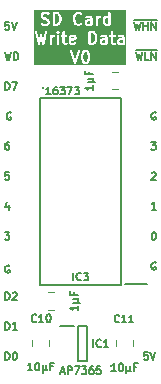
<source format=gto>
%TF.GenerationSoftware,KiCad,Pcbnew,8.0.7*%
%TF.CreationDate,2025-01-05T17:00:34+02:00*%
%TF.ProjectId,SD Card Write Data,53442043-6172-4642-9057-726974652044,V0*%
%TF.SameCoordinates,Original*%
%TF.FileFunction,Legend,Top*%
%TF.FilePolarity,Positive*%
%FSLAX46Y46*%
G04 Gerber Fmt 4.6, Leading zero omitted, Abs format (unit mm)*
G04 Created by KiCad (PCBNEW 8.0.7) date 2025-01-05 17:00:34*
%MOMM*%
%LPD*%
G01*
G04 APERTURE LIST*
%ADD10C,0.150000*%
%ADD11C,0.200000*%
%ADD12C,0.120000*%
G04 APERTURE END LIST*
D10*
X13611268Y-9810963D02*
X14004363Y-9810963D01*
X14004363Y-9810963D02*
X13792696Y-10052867D01*
X13792696Y-10052867D02*
X13883411Y-10052867D01*
X13883411Y-10052867D02*
X13943887Y-10083105D01*
X13943887Y-10083105D02*
X13974125Y-10113344D01*
X13974125Y-10113344D02*
X14004363Y-10173820D01*
X14004363Y-10173820D02*
X14004363Y-10325010D01*
X14004363Y-10325010D02*
X13974125Y-10385486D01*
X13974125Y-10385486D02*
X13943887Y-10415725D01*
X13943887Y-10415725D02*
X13883411Y-10445963D01*
X13883411Y-10445963D02*
X13701982Y-10445963D01*
X13701982Y-10445963D02*
X13641506Y-10415725D01*
X13641506Y-10415725D02*
X13611268Y-10385486D01*
X14004363Y-15525963D02*
X13641506Y-15525963D01*
X13822934Y-15525963D02*
X13822934Y-14890963D01*
X13822934Y-14890963D02*
X13762458Y-14981677D01*
X13762458Y-14981677D02*
X13701982Y-15042153D01*
X13701982Y-15042153D02*
X13641506Y-15072391D01*
X1265874Y-28225963D02*
X1265874Y-27590963D01*
X1265874Y-27590963D02*
X1417064Y-27590963D01*
X1417064Y-27590963D02*
X1507779Y-27621201D01*
X1507779Y-27621201D02*
X1568255Y-27681677D01*
X1568255Y-27681677D02*
X1598493Y-27742153D01*
X1598493Y-27742153D02*
X1628731Y-27863105D01*
X1628731Y-27863105D02*
X1628731Y-27953820D01*
X1628731Y-27953820D02*
X1598493Y-28074772D01*
X1598493Y-28074772D02*
X1568255Y-28135248D01*
X1568255Y-28135248D02*
X1507779Y-28195725D01*
X1507779Y-28195725D02*
X1417064Y-28225963D01*
X1417064Y-28225963D02*
X1265874Y-28225963D01*
X2021826Y-27590963D02*
X2082303Y-27590963D01*
X2082303Y-27590963D02*
X2142779Y-27621201D01*
X2142779Y-27621201D02*
X2173017Y-27651439D01*
X2173017Y-27651439D02*
X2203255Y-27711915D01*
X2203255Y-27711915D02*
X2233493Y-27832867D01*
X2233493Y-27832867D02*
X2233493Y-27984058D01*
X2233493Y-27984058D02*
X2203255Y-28105010D01*
X2203255Y-28105010D02*
X2173017Y-28165486D01*
X2173017Y-28165486D02*
X2142779Y-28195725D01*
X2142779Y-28195725D02*
X2082303Y-28225963D01*
X2082303Y-28225963D02*
X2021826Y-28225963D01*
X2021826Y-28225963D02*
X1961350Y-28195725D01*
X1961350Y-28195725D02*
X1931112Y-28165486D01*
X1931112Y-28165486D02*
X1900874Y-28105010D01*
X1900874Y-28105010D02*
X1870636Y-27984058D01*
X1870636Y-27984058D02*
X1870636Y-27832867D01*
X1870636Y-27832867D02*
X1900874Y-27711915D01*
X1900874Y-27711915D02*
X1931112Y-27651439D01*
X1931112Y-27651439D02*
X1961350Y-27621201D01*
X1961350Y-27621201D02*
X2021826Y-27590963D01*
X12311030Y-2190963D02*
X12462220Y-2825963D01*
X12462220Y-2825963D02*
X12583173Y-2372391D01*
X12583173Y-2372391D02*
X12704125Y-2825963D01*
X12704125Y-2825963D02*
X12855316Y-2190963D01*
X13399601Y-2825963D02*
X13097220Y-2825963D01*
X13097220Y-2825963D02*
X13097220Y-2190963D01*
X13611268Y-2825963D02*
X13611268Y-2190963D01*
X13611268Y-2190963D02*
X13974125Y-2825963D01*
X13974125Y-2825963D02*
X13974125Y-2190963D01*
X12283816Y-2014675D02*
X14061816Y-2014675D01*
X1568255Y349036D02*
X1265874Y349036D01*
X1265874Y349036D02*
X1235636Y46655D01*
X1235636Y46655D02*
X1265874Y76894D01*
X1265874Y76894D02*
X1326350Y107132D01*
X1326350Y107132D02*
X1477541Y107132D01*
X1477541Y107132D02*
X1538017Y76894D01*
X1538017Y76894D02*
X1568255Y46655D01*
X1568255Y46655D02*
X1598493Y-13820D01*
X1598493Y-13820D02*
X1598493Y-165010D01*
X1598493Y-165010D02*
X1568255Y-225486D01*
X1568255Y-225486D02*
X1538017Y-255725D01*
X1538017Y-255725D02*
X1477541Y-285963D01*
X1477541Y-285963D02*
X1326350Y-285963D01*
X1326350Y-285963D02*
X1265874Y-255725D01*
X1265874Y-255725D02*
X1235636Y-225486D01*
X1779922Y349036D02*
X1991588Y-285963D01*
X1991588Y-285963D02*
X2203255Y349036D01*
X1265874Y-23145963D02*
X1265874Y-22510963D01*
X1265874Y-22510963D02*
X1417064Y-22510963D01*
X1417064Y-22510963D02*
X1507779Y-22541201D01*
X1507779Y-22541201D02*
X1568255Y-22601677D01*
X1568255Y-22601677D02*
X1598493Y-22662153D01*
X1598493Y-22662153D02*
X1628731Y-22783105D01*
X1628731Y-22783105D02*
X1628731Y-22873820D01*
X1628731Y-22873820D02*
X1598493Y-22994772D01*
X1598493Y-22994772D02*
X1568255Y-23055248D01*
X1568255Y-23055248D02*
X1507779Y-23115725D01*
X1507779Y-23115725D02*
X1417064Y-23145963D01*
X1417064Y-23145963D02*
X1265874Y-23145963D01*
X1870636Y-22571439D02*
X1900874Y-22541201D01*
X1900874Y-22541201D02*
X1961350Y-22510963D01*
X1961350Y-22510963D02*
X2112541Y-22510963D01*
X2112541Y-22510963D02*
X2173017Y-22541201D01*
X2173017Y-22541201D02*
X2203255Y-22571439D01*
X2203255Y-22571439D02*
X2233493Y-22631915D01*
X2233493Y-22631915D02*
X2233493Y-22692391D01*
X2233493Y-22692391D02*
X2203255Y-22783105D01*
X2203255Y-22783105D02*
X1840398Y-23145963D01*
X1840398Y-23145963D02*
X2233493Y-23145963D01*
X13641506Y-12411439D02*
X13671744Y-12381201D01*
X13671744Y-12381201D02*
X13732220Y-12350963D01*
X13732220Y-12350963D02*
X13883411Y-12350963D01*
X13883411Y-12350963D02*
X13943887Y-12381201D01*
X13943887Y-12381201D02*
X13974125Y-12411439D01*
X13974125Y-12411439D02*
X14004363Y-12471915D01*
X14004363Y-12471915D02*
X14004363Y-12532391D01*
X14004363Y-12532391D02*
X13974125Y-12623105D01*
X13974125Y-12623105D02*
X13611268Y-12985963D01*
X13611268Y-12985963D02*
X14004363Y-12985963D01*
X1265874Y-25685963D02*
X1265874Y-25050963D01*
X1265874Y-25050963D02*
X1417064Y-25050963D01*
X1417064Y-25050963D02*
X1507779Y-25081201D01*
X1507779Y-25081201D02*
X1568255Y-25141677D01*
X1568255Y-25141677D02*
X1598493Y-25202153D01*
X1598493Y-25202153D02*
X1628731Y-25323105D01*
X1628731Y-25323105D02*
X1628731Y-25413820D01*
X1628731Y-25413820D02*
X1598493Y-25534772D01*
X1598493Y-25534772D02*
X1568255Y-25595248D01*
X1568255Y-25595248D02*
X1507779Y-25655725D01*
X1507779Y-25655725D02*
X1417064Y-25685963D01*
X1417064Y-25685963D02*
X1265874Y-25685963D01*
X2233493Y-25685963D02*
X1870636Y-25685963D01*
X2052064Y-25685963D02*
X2052064Y-25050963D01*
X2052064Y-25050963D02*
X1991588Y-25141677D01*
X1991588Y-25141677D02*
X1931112Y-25202153D01*
X1931112Y-25202153D02*
X1870636Y-25232391D01*
D11*
G36*
X8132192Y-2207968D02*
G01*
X8156861Y-2232636D01*
X8192314Y-2303543D01*
X8234285Y-2471424D01*
X8234285Y-2684900D01*
X8192314Y-2852781D01*
X8156861Y-2923687D01*
X8132192Y-2948357D01*
X8072583Y-2978163D01*
X8024559Y-2978163D01*
X7964949Y-2948358D01*
X7940282Y-2923690D01*
X7904827Y-2852781D01*
X7862857Y-2684900D01*
X7862857Y-2471425D01*
X7904827Y-2303543D01*
X7940281Y-2232636D01*
X7964949Y-2207967D01*
X8024559Y-2178163D01*
X8072583Y-2178163D01*
X8132192Y-2207968D01*
G37*
G36*
X7069273Y-923707D02*
G01*
X7086723Y-958607D01*
X6815238Y-1012904D01*
X6815238Y-968016D01*
X6837393Y-923706D01*
X6881702Y-901552D01*
X7024964Y-901552D01*
X7069273Y-923707D01*
G37*
G36*
X8708837Y-603240D02*
G01*
X8775910Y-670313D01*
X8811362Y-741218D01*
X8853333Y-909099D01*
X8853333Y-1027337D01*
X8811362Y-1195218D01*
X8775909Y-1266124D01*
X8708838Y-1333197D01*
X8603773Y-1368219D01*
X8481905Y-1368219D01*
X8481905Y-568219D01*
X8603773Y-568219D01*
X8708837Y-603240D01*
G37*
G36*
X9710476Y-1358796D02*
G01*
X9691631Y-1368219D01*
X9500750Y-1368219D01*
X9456440Y-1346064D01*
X9434286Y-1301754D01*
X9434286Y-1253730D01*
X9456441Y-1209420D01*
X9500750Y-1187266D01*
X9710476Y-1187266D01*
X9710476Y-1358796D01*
G37*
G36*
X11186667Y-1358796D02*
G01*
X11167822Y-1368219D01*
X10976941Y-1368219D01*
X10932631Y-1346064D01*
X10910477Y-1301754D01*
X10910477Y-1253730D01*
X10932632Y-1209420D01*
X10976941Y-1187266D01*
X11186667Y-1187266D01*
X11186667Y-1358796D01*
G37*
G36*
X5685027Y1006702D02*
G01*
X5752100Y939630D01*
X5787552Y868724D01*
X5829523Y700843D01*
X5829523Y582605D01*
X5787552Y414724D01*
X5752100Y343819D01*
X5685027Y276746D01*
X5579963Y241724D01*
X5458095Y241724D01*
X5458095Y1041724D01*
X5579963Y1041724D01*
X5685027Y1006702D01*
G37*
G36*
X8448571Y251146D02*
G01*
X8429727Y241724D01*
X8238844Y241724D01*
X8194536Y263878D01*
X8172381Y308189D01*
X8172381Y356212D01*
X8194536Y400522D01*
X8238845Y422677D01*
X8448571Y422677D01*
X8448571Y251146D01*
G37*
G36*
X9972381Y698968D02*
G01*
X9972381Y251146D01*
X9953537Y241724D01*
X9810273Y241724D01*
X9750665Y271528D01*
X9725996Y296198D01*
X9696191Y355808D01*
X9696191Y594307D01*
X9725996Y653917D01*
X9750664Y678586D01*
X9810274Y708391D01*
X9953536Y708391D01*
X9972381Y698968D01*
G37*
G36*
X11497778Y-3289274D02*
G01*
X3647053Y-3289274D01*
X3647053Y-2090670D01*
X6711261Y-2090670D01*
X6715608Y-2109786D01*
X7048941Y-3109785D01*
X7056932Y-3127686D01*
X7061615Y-3133085D01*
X7064810Y-3139475D01*
X7074281Y-3147690D01*
X7082497Y-3157162D01*
X7088885Y-3160356D01*
X7094286Y-3165040D01*
X7106187Y-3169007D01*
X7117396Y-3174611D01*
X7124520Y-3175117D01*
X7131302Y-3177378D01*
X7143811Y-3176488D01*
X7156316Y-3177378D01*
X7163094Y-3175118D01*
X7170222Y-3174612D01*
X7181438Y-3169003D01*
X7193332Y-3165039D01*
X7198729Y-3160358D01*
X7205121Y-3157162D01*
X7213339Y-3147686D01*
X7222808Y-3139474D01*
X7226001Y-3133087D01*
X7230686Y-3127686D01*
X7238677Y-3109786D01*
X7455567Y-2459115D01*
X7662857Y-2459115D01*
X7662857Y-2697210D01*
X7663192Y-2700612D01*
X7662975Y-2702071D01*
X7664054Y-2709368D01*
X7664778Y-2716719D01*
X7665342Y-2718082D01*
X7665843Y-2721464D01*
X7713462Y-2911939D01*
X7713975Y-2913376D01*
X7714027Y-2914099D01*
X7717135Y-2922223D01*
X7720057Y-2930400D01*
X7720487Y-2930980D01*
X7721033Y-2932407D01*
X7768652Y-3027645D01*
X7773935Y-3036037D01*
X7774947Y-3038481D01*
X7777203Y-3041230D01*
X7779095Y-3044235D01*
X7781089Y-3045964D01*
X7787384Y-3053634D01*
X7835002Y-3101254D01*
X7842670Y-3107547D01*
X7844402Y-3109544D01*
X7847410Y-3111437D01*
X7850156Y-3113691D01*
X7852596Y-3114701D01*
X7860993Y-3119987D01*
X7956230Y-3167606D01*
X7974539Y-3174612D01*
X7978122Y-3174866D01*
X7981443Y-3176242D01*
X8000952Y-3178163D01*
X8096190Y-3178163D01*
X8115699Y-3176242D01*
X8119019Y-3174866D01*
X8122603Y-3174612D01*
X8140911Y-3167606D01*
X8236149Y-3119987D01*
X8244544Y-3114702D01*
X8246986Y-3113691D01*
X8249733Y-3111435D01*
X8252739Y-3109544D01*
X8254469Y-3107549D01*
X8262139Y-3101254D01*
X8309758Y-3053634D01*
X8316050Y-3045967D01*
X8318047Y-3044236D01*
X8319940Y-3041228D01*
X8322195Y-3038481D01*
X8323206Y-3036039D01*
X8328490Y-3027645D01*
X8376109Y-2932408D01*
X8376655Y-2930979D01*
X8377085Y-2930400D01*
X8380006Y-2922223D01*
X8383115Y-2914099D01*
X8383166Y-2913378D01*
X8383680Y-2911940D01*
X8431299Y-2721464D01*
X8431799Y-2718082D01*
X8432364Y-2716719D01*
X8433087Y-2709368D01*
X8434167Y-2702071D01*
X8433949Y-2700612D01*
X8434285Y-2697210D01*
X8434285Y-2459115D01*
X8433949Y-2455712D01*
X8434167Y-2454254D01*
X8433087Y-2446956D01*
X8432364Y-2439606D01*
X8431799Y-2438242D01*
X8431299Y-2434861D01*
X8383680Y-2244385D01*
X8383166Y-2242946D01*
X8383115Y-2242226D01*
X8380006Y-2234101D01*
X8377085Y-2225925D01*
X8376655Y-2225345D01*
X8376109Y-2223917D01*
X8328490Y-2128680D01*
X8323204Y-2120283D01*
X8322194Y-2117843D01*
X8319940Y-2115097D01*
X8318047Y-2112089D01*
X8316049Y-2110356D01*
X8309757Y-2102690D01*
X8262139Y-2055071D01*
X8254468Y-2048776D01*
X8252739Y-2046782D01*
X8249731Y-2044888D01*
X8246985Y-2042635D01*
X8244545Y-2041624D01*
X8236149Y-2036339D01*
X8140911Y-1988720D01*
X8122603Y-1981714D01*
X8119019Y-1981459D01*
X8115699Y-1980084D01*
X8096190Y-1978163D01*
X8000952Y-1978163D01*
X7981443Y-1980084D01*
X7978122Y-1981459D01*
X7974539Y-1981714D01*
X7956230Y-1988720D01*
X7860993Y-2036339D01*
X7852596Y-2041624D01*
X7850156Y-2042635D01*
X7847410Y-2044888D01*
X7844402Y-2046782D01*
X7842669Y-2048779D01*
X7835003Y-2055072D01*
X7787384Y-2102690D01*
X7781089Y-2110360D01*
X7779095Y-2112090D01*
X7777201Y-2115097D01*
X7774948Y-2117844D01*
X7773937Y-2120283D01*
X7768652Y-2128680D01*
X7721033Y-2223918D01*
X7720487Y-2225344D01*
X7720057Y-2225925D01*
X7717135Y-2234101D01*
X7714027Y-2242226D01*
X7713975Y-2242948D01*
X7713462Y-2244386D01*
X7665843Y-2434861D01*
X7665342Y-2438242D01*
X7664778Y-2439606D01*
X7664054Y-2446956D01*
X7662975Y-2454254D01*
X7663192Y-2455712D01*
X7662857Y-2459115D01*
X7455567Y-2459115D01*
X7572010Y-2109786D01*
X7576357Y-2090671D01*
X7573591Y-2051751D01*
X7556141Y-2016852D01*
X7526665Y-1991287D01*
X7489649Y-1978948D01*
X7450729Y-1981715D01*
X7415830Y-1999164D01*
X7390265Y-2028640D01*
X7382274Y-2046541D01*
X7143809Y-2761935D01*
X6905344Y-2046540D01*
X6897353Y-2028640D01*
X6871788Y-1999164D01*
X6836889Y-1981714D01*
X6797969Y-1978948D01*
X6760953Y-1991286D01*
X6731477Y-2016851D01*
X6714027Y-2051750D01*
X6711261Y-2090670D01*
X3647053Y-2090670D01*
X3647053Y-471958D01*
X3758164Y-471958D01*
X3760814Y-491381D01*
X3998909Y-1491381D01*
X4001217Y-1498078D01*
X4001536Y-1500476D01*
X4002790Y-1502643D01*
X4005297Y-1509915D01*
X4013812Y-1521681D01*
X4021085Y-1534244D01*
X4025162Y-1537364D01*
X4028172Y-1541524D01*
X4040534Y-1549131D01*
X4052068Y-1557960D01*
X4057031Y-1559283D01*
X4061402Y-1561973D01*
X4075736Y-1564271D01*
X4089769Y-1568013D01*
X4094857Y-1567336D01*
X4099929Y-1568150D01*
X4114063Y-1564784D01*
X4128447Y-1562873D01*
X4132887Y-1560302D01*
X4137886Y-1559112D01*
X4149652Y-1550596D01*
X4162215Y-1543324D01*
X4165335Y-1539246D01*
X4169495Y-1536237D01*
X4177102Y-1523874D01*
X4185931Y-1512341D01*
X4188630Y-1505140D01*
X4189944Y-1503007D01*
X4190327Y-1500616D01*
X4192814Y-1493985D01*
X4286666Y-1142038D01*
X4380519Y-1493986D01*
X4383004Y-1500615D01*
X4383388Y-1503007D01*
X4384701Y-1505141D01*
X4387401Y-1512341D01*
X4396229Y-1523874D01*
X4403837Y-1536237D01*
X4407996Y-1539246D01*
X4411117Y-1543324D01*
X4423681Y-1550598D01*
X4435446Y-1559112D01*
X4440441Y-1560301D01*
X4444885Y-1562874D01*
X4459274Y-1564785D01*
X4473403Y-1568150D01*
X4478474Y-1567336D01*
X4483563Y-1568013D01*
X4497595Y-1564271D01*
X4511930Y-1561973D01*
X4516300Y-1559283D01*
X4521264Y-1557960D01*
X4532797Y-1549131D01*
X4545160Y-1541524D01*
X4548169Y-1537364D01*
X4552247Y-1534244D01*
X4559522Y-1521677D01*
X4568035Y-1509915D01*
X4570539Y-1502649D01*
X4571797Y-1500477D01*
X4572116Y-1498073D01*
X4574423Y-1491381D01*
X4738669Y-801552D01*
X4996190Y-801552D01*
X4996190Y-1468219D01*
X4998111Y-1487728D01*
X5013043Y-1523776D01*
X5040633Y-1551366D01*
X5076681Y-1566298D01*
X5115699Y-1566298D01*
X5151747Y-1551366D01*
X5179337Y-1523776D01*
X5194269Y-1487728D01*
X5196190Y-1468219D01*
X5196190Y-1015635D01*
X5225995Y-956025D01*
X5250663Y-931356D01*
X5310273Y-901552D01*
X5381904Y-901552D01*
X5401413Y-899631D01*
X5437461Y-884699D01*
X5465051Y-857109D01*
X5479983Y-821061D01*
X5479983Y-801552D01*
X5615238Y-801552D01*
X5615238Y-1468219D01*
X5617159Y-1487728D01*
X5632091Y-1523776D01*
X5659681Y-1551366D01*
X5695729Y-1566298D01*
X5734747Y-1566298D01*
X5770795Y-1551366D01*
X5798385Y-1523776D01*
X5813317Y-1487728D01*
X5815238Y-1468219D01*
X5815238Y-801552D01*
X5813317Y-782043D01*
X5950492Y-782043D01*
X5950492Y-821061D01*
X5965424Y-857109D01*
X5993014Y-884699D01*
X6029062Y-899631D01*
X6048571Y-901552D01*
X6091428Y-901552D01*
X6091428Y-1325361D01*
X6093349Y-1344870D01*
X6094724Y-1348190D01*
X6094979Y-1351773D01*
X6101985Y-1370082D01*
X6149604Y-1465321D01*
X6151657Y-1468584D01*
X6152171Y-1470123D01*
X6153833Y-1472039D01*
X6160047Y-1481911D01*
X6169518Y-1490125D01*
X6177735Y-1499600D01*
X6187605Y-1505812D01*
X6189523Y-1507476D01*
X6191063Y-1507989D01*
X6194326Y-1510043D01*
X6289563Y-1557662D01*
X6307872Y-1564668D01*
X6311455Y-1564922D01*
X6314776Y-1566298D01*
X6334285Y-1568219D01*
X6429523Y-1568219D01*
X6449032Y-1566298D01*
X6485080Y-1551366D01*
X6512670Y-1523776D01*
X6527602Y-1487728D01*
X6527602Y-1448710D01*
X6512670Y-1412662D01*
X6485080Y-1385072D01*
X6449032Y-1370140D01*
X6429523Y-1368219D01*
X6357892Y-1368219D01*
X6313582Y-1346064D01*
X6291428Y-1301754D01*
X6291428Y-944409D01*
X6615238Y-944409D01*
X6615238Y-1325361D01*
X6617159Y-1344870D01*
X6618534Y-1348190D01*
X6618789Y-1351773D01*
X6625795Y-1370082D01*
X6673414Y-1465321D01*
X6675467Y-1468584D01*
X6675981Y-1470123D01*
X6677643Y-1472039D01*
X6683857Y-1481911D01*
X6693328Y-1490125D01*
X6701545Y-1499600D01*
X6711415Y-1505812D01*
X6713333Y-1507476D01*
X6714873Y-1507989D01*
X6718136Y-1510043D01*
X6813373Y-1557662D01*
X6831682Y-1564668D01*
X6835265Y-1564922D01*
X6838586Y-1566298D01*
X6858095Y-1568219D01*
X7048571Y-1568219D01*
X7068080Y-1566298D01*
X7071400Y-1564922D01*
X7074984Y-1564668D01*
X7093292Y-1557662D01*
X7188530Y-1510043D01*
X7205120Y-1499600D01*
X7230685Y-1470123D01*
X7243023Y-1433107D01*
X7240258Y-1394187D01*
X7222809Y-1359289D01*
X7193332Y-1333724D01*
X7156316Y-1321385D01*
X7117396Y-1324151D01*
X7099087Y-1331157D01*
X7024964Y-1368219D01*
X6881702Y-1368219D01*
X6837392Y-1346064D01*
X6815238Y-1301754D01*
X6815238Y-1216865D01*
X7210934Y-1137726D01*
X7210937Y-1137726D01*
X7210939Y-1137724D01*
X7211039Y-1137705D01*
X7229793Y-1131995D01*
X7237933Y-1126543D01*
X7246985Y-1122794D01*
X7253986Y-1115792D01*
X7262212Y-1110284D01*
X7267646Y-1102132D01*
X7274575Y-1095204D01*
X7278364Y-1086056D01*
X7283856Y-1077819D01*
X7285757Y-1068208D01*
X7289507Y-1059156D01*
X7291428Y-1039647D01*
X7291428Y-944409D01*
X7289507Y-924900D01*
X7288131Y-921579D01*
X7287877Y-917996D01*
X7280871Y-899687D01*
X7233252Y-804450D01*
X7231197Y-801186D01*
X7230685Y-799648D01*
X7229023Y-797732D01*
X7222809Y-787859D01*
X7213333Y-779641D01*
X7205120Y-770171D01*
X7195248Y-763957D01*
X7193332Y-762295D01*
X7191793Y-761781D01*
X7188530Y-759728D01*
X7093292Y-712109D01*
X7074984Y-705103D01*
X7071400Y-704848D01*
X7068080Y-703473D01*
X7048571Y-701552D01*
X6858095Y-701552D01*
X6838586Y-703473D01*
X6835265Y-704848D01*
X6831682Y-705103D01*
X6813373Y-712109D01*
X6718136Y-759728D01*
X6714872Y-761782D01*
X6713334Y-762295D01*
X6711418Y-763956D01*
X6701545Y-770171D01*
X6693327Y-779646D01*
X6683857Y-787860D01*
X6677643Y-797731D01*
X6675981Y-799648D01*
X6675467Y-801186D01*
X6673414Y-804450D01*
X6625795Y-899688D01*
X6618789Y-917996D01*
X6618534Y-921579D01*
X6617159Y-924900D01*
X6615238Y-944409D01*
X6291428Y-944409D01*
X6291428Y-901552D01*
X6429523Y-901552D01*
X6449032Y-899631D01*
X6485080Y-884699D01*
X6512670Y-857109D01*
X6527602Y-821061D01*
X6527602Y-782043D01*
X6512670Y-745995D01*
X6485080Y-718405D01*
X6449032Y-703473D01*
X6429523Y-701552D01*
X6291428Y-701552D01*
X6291428Y-468219D01*
X8281905Y-468219D01*
X8281905Y-1468219D01*
X8283826Y-1487728D01*
X8298758Y-1523776D01*
X8326348Y-1551366D01*
X8362396Y-1566298D01*
X8381905Y-1568219D01*
X8620000Y-1568219D01*
X8629873Y-1567246D01*
X8632507Y-1567434D01*
X8635970Y-1566646D01*
X8639509Y-1566298D01*
X8641951Y-1565286D01*
X8651623Y-1563087D01*
X8794479Y-1515468D01*
X8812380Y-1507477D01*
X8815095Y-1505122D01*
X8818415Y-1503747D01*
X8833568Y-1491310D01*
X8928806Y-1396071D01*
X8935098Y-1388404D01*
X8937095Y-1386673D01*
X8938988Y-1383665D01*
X8941243Y-1380918D01*
X8942254Y-1378476D01*
X8947538Y-1370082D01*
X8995157Y-1274845D01*
X8995703Y-1273416D01*
X8996133Y-1272837D01*
X8999054Y-1264660D01*
X9002163Y-1256536D01*
X9002214Y-1255815D01*
X9002728Y-1254377D01*
X9008792Y-1230123D01*
X9234286Y-1230123D01*
X9234286Y-1325361D01*
X9236207Y-1344870D01*
X9237582Y-1348190D01*
X9237837Y-1351773D01*
X9244843Y-1370082D01*
X9292462Y-1465321D01*
X9294515Y-1468584D01*
X9295029Y-1470123D01*
X9296691Y-1472039D01*
X9302905Y-1481911D01*
X9312376Y-1490125D01*
X9320593Y-1499600D01*
X9330463Y-1505812D01*
X9332381Y-1507476D01*
X9333921Y-1507989D01*
X9337184Y-1510043D01*
X9432421Y-1557662D01*
X9450730Y-1564668D01*
X9454313Y-1564922D01*
X9457634Y-1566298D01*
X9477143Y-1568219D01*
X9715238Y-1568219D01*
X9734747Y-1566298D01*
X9738067Y-1564922D01*
X9741651Y-1564668D01*
X9759959Y-1557662D01*
X9764562Y-1555360D01*
X9790967Y-1566298D01*
X9829985Y-1566298D01*
X9866033Y-1551366D01*
X9893623Y-1523776D01*
X9908555Y-1487728D01*
X9910476Y-1468219D01*
X9910476Y-944409D01*
X9908555Y-924900D01*
X9907179Y-921579D01*
X9906925Y-917996D01*
X9899919Y-899687D01*
X9852300Y-804450D01*
X9850245Y-801186D01*
X9849733Y-799648D01*
X9848071Y-797732D01*
X9841857Y-787859D01*
X9835151Y-782043D01*
X10045731Y-782043D01*
X10045731Y-821061D01*
X10060663Y-857109D01*
X10088253Y-884699D01*
X10124301Y-899631D01*
X10143810Y-901552D01*
X10186667Y-901552D01*
X10186667Y-1325361D01*
X10188588Y-1344870D01*
X10189963Y-1348190D01*
X10190218Y-1351773D01*
X10197224Y-1370082D01*
X10244843Y-1465321D01*
X10246896Y-1468584D01*
X10247410Y-1470123D01*
X10249072Y-1472039D01*
X10255286Y-1481911D01*
X10264757Y-1490125D01*
X10272974Y-1499600D01*
X10282844Y-1505812D01*
X10284762Y-1507476D01*
X10286302Y-1507989D01*
X10289565Y-1510043D01*
X10384802Y-1557662D01*
X10403111Y-1564668D01*
X10406694Y-1564922D01*
X10410015Y-1566298D01*
X10429524Y-1568219D01*
X10524762Y-1568219D01*
X10544271Y-1566298D01*
X10580319Y-1551366D01*
X10607909Y-1523776D01*
X10622841Y-1487728D01*
X10622841Y-1448710D01*
X10607909Y-1412662D01*
X10580319Y-1385072D01*
X10544271Y-1370140D01*
X10524762Y-1368219D01*
X10453131Y-1368219D01*
X10408821Y-1346064D01*
X10386667Y-1301754D01*
X10386667Y-1230123D01*
X10710477Y-1230123D01*
X10710477Y-1325361D01*
X10712398Y-1344870D01*
X10713773Y-1348190D01*
X10714028Y-1351773D01*
X10721034Y-1370082D01*
X10768653Y-1465321D01*
X10770706Y-1468584D01*
X10771220Y-1470123D01*
X10772882Y-1472039D01*
X10779096Y-1481911D01*
X10788567Y-1490125D01*
X10796784Y-1499600D01*
X10806654Y-1505812D01*
X10808572Y-1507476D01*
X10810112Y-1507989D01*
X10813375Y-1510043D01*
X10908612Y-1557662D01*
X10926921Y-1564668D01*
X10930504Y-1564922D01*
X10933825Y-1566298D01*
X10953334Y-1568219D01*
X11191429Y-1568219D01*
X11210938Y-1566298D01*
X11214258Y-1564922D01*
X11217842Y-1564668D01*
X11236150Y-1557662D01*
X11240753Y-1555360D01*
X11267158Y-1566298D01*
X11306176Y-1566298D01*
X11342224Y-1551366D01*
X11369814Y-1523776D01*
X11384746Y-1487728D01*
X11386667Y-1468219D01*
X11386667Y-944409D01*
X11384746Y-924900D01*
X11383370Y-921579D01*
X11383116Y-917996D01*
X11376110Y-899687D01*
X11328491Y-804450D01*
X11326436Y-801186D01*
X11325924Y-799648D01*
X11324262Y-797732D01*
X11318048Y-787859D01*
X11308572Y-779641D01*
X11300359Y-770171D01*
X11290487Y-763957D01*
X11288571Y-762295D01*
X11287032Y-761781D01*
X11283769Y-759728D01*
X11188531Y-712109D01*
X11170223Y-705103D01*
X11166639Y-704848D01*
X11163319Y-703473D01*
X11143810Y-701552D01*
X10953334Y-701552D01*
X10933825Y-703473D01*
X10930504Y-704848D01*
X10926921Y-705103D01*
X10908612Y-712109D01*
X10813375Y-759728D01*
X10796784Y-770171D01*
X10771220Y-799648D01*
X10758881Y-836664D01*
X10761647Y-875584D01*
X10779096Y-910483D01*
X10808573Y-936047D01*
X10845589Y-948386D01*
X10884509Y-945620D01*
X10902817Y-938614D01*
X10976941Y-901552D01*
X11120203Y-901552D01*
X11164512Y-923707D01*
X11186667Y-968016D01*
X11186667Y-977843D01*
X11167822Y-987266D01*
X10953334Y-987266D01*
X10933825Y-989187D01*
X10930504Y-990562D01*
X10926921Y-990817D01*
X10908612Y-997823D01*
X10813375Y-1045442D01*
X10810111Y-1047496D01*
X10808573Y-1048009D01*
X10806657Y-1049670D01*
X10796784Y-1055885D01*
X10788566Y-1065360D01*
X10779096Y-1073574D01*
X10772882Y-1083445D01*
X10771220Y-1085362D01*
X10770706Y-1086900D01*
X10768653Y-1090164D01*
X10721034Y-1185402D01*
X10714028Y-1203710D01*
X10713773Y-1207293D01*
X10712398Y-1210614D01*
X10710477Y-1230123D01*
X10386667Y-1230123D01*
X10386667Y-901552D01*
X10524762Y-901552D01*
X10544271Y-899631D01*
X10580319Y-884699D01*
X10607909Y-857109D01*
X10622841Y-821061D01*
X10622841Y-782043D01*
X10607909Y-745995D01*
X10580319Y-718405D01*
X10544271Y-703473D01*
X10524762Y-701552D01*
X10386667Y-701552D01*
X10386667Y-468219D01*
X10384746Y-448710D01*
X10369814Y-412662D01*
X10342224Y-385072D01*
X10306176Y-370140D01*
X10267158Y-370140D01*
X10231110Y-385072D01*
X10203520Y-412662D01*
X10188588Y-448710D01*
X10186667Y-468219D01*
X10186667Y-701552D01*
X10143810Y-701552D01*
X10124301Y-703473D01*
X10088253Y-718405D01*
X10060663Y-745995D01*
X10045731Y-782043D01*
X9835151Y-782043D01*
X9832381Y-779641D01*
X9824168Y-770171D01*
X9814296Y-763957D01*
X9812380Y-762295D01*
X9810841Y-761781D01*
X9807578Y-759728D01*
X9712340Y-712109D01*
X9694032Y-705103D01*
X9690448Y-704848D01*
X9687128Y-703473D01*
X9667619Y-701552D01*
X9477143Y-701552D01*
X9457634Y-703473D01*
X9454313Y-704848D01*
X9450730Y-705103D01*
X9432421Y-712109D01*
X9337184Y-759728D01*
X9320593Y-770171D01*
X9295029Y-799648D01*
X9282690Y-836664D01*
X9285456Y-875584D01*
X9302905Y-910483D01*
X9332382Y-936047D01*
X9369398Y-948386D01*
X9408318Y-945620D01*
X9426626Y-938614D01*
X9500750Y-901552D01*
X9644012Y-901552D01*
X9688321Y-923707D01*
X9710476Y-968016D01*
X9710476Y-977843D01*
X9691631Y-987266D01*
X9477143Y-987266D01*
X9457634Y-989187D01*
X9454313Y-990562D01*
X9450730Y-990817D01*
X9432421Y-997823D01*
X9337184Y-1045442D01*
X9333920Y-1047496D01*
X9332382Y-1048009D01*
X9330466Y-1049670D01*
X9320593Y-1055885D01*
X9312375Y-1065360D01*
X9302905Y-1073574D01*
X9296691Y-1083445D01*
X9295029Y-1085362D01*
X9294515Y-1086900D01*
X9292462Y-1090164D01*
X9244843Y-1185402D01*
X9237837Y-1203710D01*
X9237582Y-1207293D01*
X9236207Y-1210614D01*
X9234286Y-1230123D01*
X9008792Y-1230123D01*
X9050347Y-1063901D01*
X9050847Y-1060519D01*
X9051412Y-1059156D01*
X9052135Y-1051805D01*
X9053215Y-1044508D01*
X9052997Y-1043049D01*
X9053333Y-1039647D01*
X9053333Y-896790D01*
X9052997Y-893387D01*
X9053215Y-891929D01*
X9052135Y-884631D01*
X9051412Y-877281D01*
X9050847Y-875917D01*
X9050347Y-872536D01*
X9002728Y-682060D01*
X9002214Y-680621D01*
X9002163Y-679901D01*
X8999054Y-671776D01*
X8996133Y-663600D01*
X8995703Y-663020D01*
X8995157Y-661592D01*
X8947538Y-566355D01*
X8942251Y-557956D01*
X8941242Y-555519D01*
X8938990Y-552775D01*
X8937095Y-549764D01*
X8935097Y-548031D01*
X8928806Y-540365D01*
X8833568Y-445127D01*
X8818414Y-432691D01*
X8815095Y-431316D01*
X8812380Y-428961D01*
X8794479Y-420970D01*
X8651623Y-373351D01*
X8641951Y-371151D01*
X8639509Y-370140D01*
X8635970Y-369791D01*
X8632507Y-369004D01*
X8629873Y-369191D01*
X8620000Y-368219D01*
X8381905Y-368219D01*
X8362396Y-370140D01*
X8326348Y-385072D01*
X8298758Y-412662D01*
X8283826Y-448710D01*
X8281905Y-468219D01*
X6291428Y-468219D01*
X6289507Y-448710D01*
X6274575Y-412662D01*
X6246985Y-385072D01*
X6210937Y-370140D01*
X6171919Y-370140D01*
X6135871Y-385072D01*
X6108281Y-412662D01*
X6093349Y-448710D01*
X6091428Y-468219D01*
X6091428Y-701552D01*
X6048571Y-701552D01*
X6029062Y-703473D01*
X5993014Y-718405D01*
X5965424Y-745995D01*
X5950492Y-782043D01*
X5813317Y-782043D01*
X5798385Y-745995D01*
X5770795Y-718405D01*
X5734747Y-703473D01*
X5695729Y-703473D01*
X5659681Y-718405D01*
X5632091Y-745995D01*
X5617159Y-782043D01*
X5615238Y-801552D01*
X5479983Y-801552D01*
X5479983Y-782043D01*
X5465051Y-745995D01*
X5437461Y-718405D01*
X5401413Y-703473D01*
X5381904Y-701552D01*
X5286666Y-701552D01*
X5267157Y-703473D01*
X5263836Y-704848D01*
X5260253Y-705103D01*
X5241944Y-712109D01*
X5177615Y-744273D01*
X5151747Y-718405D01*
X5115699Y-703473D01*
X5076681Y-703473D01*
X5040633Y-718405D01*
X5013043Y-745995D01*
X4998111Y-782043D01*
X4996190Y-801552D01*
X4738669Y-801552D01*
X4811341Y-496329D01*
X5569540Y-496329D01*
X5569540Y-535347D01*
X5584472Y-571395D01*
X5596908Y-586549D01*
X5644527Y-634167D01*
X5659680Y-646604D01*
X5670238Y-650977D01*
X5695729Y-661536D01*
X5734747Y-661536D01*
X5770795Y-646604D01*
X5785949Y-634168D01*
X5833567Y-586549D01*
X5846004Y-571396D01*
X5860935Y-535347D01*
X5860935Y-496329D01*
X5858075Y-489425D01*
X5846004Y-460280D01*
X5833567Y-445127D01*
X5785949Y-397508D01*
X5770795Y-385072D01*
X5734747Y-370140D01*
X5695729Y-370140D01*
X5670238Y-380698D01*
X5659680Y-385072D01*
X5644527Y-397509D01*
X5596908Y-445127D01*
X5584473Y-460280D01*
X5584472Y-460281D01*
X5569540Y-496329D01*
X4811341Y-496329D01*
X4812519Y-491381D01*
X4815169Y-471958D01*
X4808992Y-433432D01*
X4788543Y-400201D01*
X4756934Y-377326D01*
X4718977Y-368289D01*
X4680450Y-374465D01*
X4647220Y-394914D01*
X4624345Y-426523D01*
X4617957Y-445057D01*
X4471653Y-1059530D01*
X4383290Y-728167D01*
X4381576Y-723596D01*
X4381321Y-721675D01*
X4380000Y-719393D01*
X4376407Y-709811D01*
X4368382Y-699328D01*
X4361771Y-687908D01*
X4356627Y-683971D01*
X4352691Y-678828D01*
X4341273Y-672218D01*
X4330788Y-664192D01*
X4324524Y-662521D01*
X4318923Y-659279D01*
X4305845Y-657541D01*
X4293087Y-654139D01*
X4286665Y-654992D01*
X4280245Y-654139D01*
X4267491Y-657539D01*
X4254409Y-659278D01*
X4248804Y-662522D01*
X4242544Y-664192D01*
X4232060Y-672216D01*
X4220641Y-678828D01*
X4216704Y-683971D01*
X4211561Y-687908D01*
X4204951Y-699325D01*
X4196925Y-709811D01*
X4193329Y-719399D01*
X4192012Y-721676D01*
X4191757Y-723594D01*
X4190043Y-728166D01*
X4101678Y-1059530D01*
X3955376Y-445057D01*
X3948988Y-426523D01*
X3926113Y-394914D01*
X3892883Y-374465D01*
X3854356Y-368288D01*
X3816399Y-377326D01*
X3784790Y-400201D01*
X3764341Y-433431D01*
X3758164Y-471958D01*
X3647053Y-471958D01*
X3647053Y951248D01*
X4258095Y951248D01*
X4258095Y856010D01*
X4260016Y836501D01*
X4261391Y833180D01*
X4261646Y829597D01*
X4268652Y811289D01*
X4316271Y716051D01*
X4321556Y707654D01*
X4322567Y705215D01*
X4324820Y702468D01*
X4326714Y699461D01*
X4328708Y697731D01*
X4335003Y690061D01*
X4382622Y642443D01*
X4390288Y636150D01*
X4392021Y634153D01*
X4395029Y632259D01*
X4397775Y630006D01*
X4400215Y628995D01*
X4408612Y623710D01*
X4503849Y576091D01*
X4505277Y575544D01*
X4505857Y575115D01*
X4514033Y572193D01*
X4522158Y569085D01*
X4522878Y569033D01*
X4524317Y568520D01*
X4704142Y523563D01*
X4775049Y488109D01*
X4799718Y463441D01*
X4829523Y403832D01*
X4829523Y355808D01*
X4799718Y296198D01*
X4775047Y271527D01*
X4715441Y241724D01*
X4517180Y241724D01*
X4389718Y284212D01*
X4370603Y288559D01*
X4331683Y285793D01*
X4296784Y268344D01*
X4271219Y238868D01*
X4258880Y201852D01*
X4261646Y162932D01*
X4279095Y128033D01*
X4308571Y102468D01*
X4326472Y94476D01*
X4469329Y46856D01*
X4479001Y44656D01*
X4481443Y43645D01*
X4484980Y43296D01*
X4488444Y42509D01*
X4491078Y42696D01*
X4500952Y41724D01*
X4739047Y41724D01*
X4758556Y43645D01*
X4761875Y45020D01*
X4765461Y45275D01*
X4783769Y52282D01*
X4879007Y99902D01*
X4887402Y105186D01*
X4889842Y106197D01*
X4892587Y108450D01*
X4895598Y110345D01*
X4897329Y112341D01*
X4904996Y118633D01*
X4952614Y166252D01*
X4958906Y173918D01*
X4960904Y175651D01*
X4962797Y178659D01*
X4965051Y181405D01*
X4966061Y183845D01*
X4971347Y192242D01*
X5018966Y287479D01*
X5025972Y305788D01*
X5026226Y309371D01*
X5027602Y312692D01*
X5029523Y332201D01*
X5029523Y427439D01*
X5027602Y446948D01*
X5026226Y450268D01*
X5025972Y453852D01*
X5018966Y472161D01*
X4971347Y567398D01*
X4966061Y575794D01*
X4965051Y578235D01*
X4962797Y580980D01*
X4960904Y583989D01*
X4958906Y585721D01*
X4952614Y593388D01*
X4904996Y641007D01*
X4897325Y647301D01*
X4895596Y649296D01*
X4892588Y651189D01*
X4889842Y653443D01*
X4887402Y654453D01*
X4879006Y659739D01*
X4783768Y707358D01*
X4782341Y707903D01*
X4781761Y708334D01*
X4773584Y711255D01*
X4765460Y714364D01*
X4764737Y714415D01*
X4763300Y714929D01*
X4583475Y759885D01*
X4512568Y795338D01*
X4487900Y820007D01*
X4458095Y879617D01*
X4458095Y927640D01*
X4487900Y987250D01*
X4512568Y1011919D01*
X4572178Y1041724D01*
X4770439Y1041724D01*
X4897900Y999237D01*
X4917015Y994890D01*
X4955935Y997656D01*
X4990834Y1015106D01*
X5016399Y1044582D01*
X5028738Y1081598D01*
X5025971Y1120518D01*
X5015368Y1141724D01*
X5258095Y1141724D01*
X5258095Y141724D01*
X5260016Y122215D01*
X5274948Y86167D01*
X5302538Y58577D01*
X5338586Y43645D01*
X5358095Y41724D01*
X5596190Y41724D01*
X5606063Y42696D01*
X5608698Y42509D01*
X5612161Y43296D01*
X5615699Y43645D01*
X5618140Y44656D01*
X5627813Y46856D01*
X5770671Y94476D01*
X5788571Y102468D01*
X5791285Y104822D01*
X5794604Y106197D01*
X5809758Y118633D01*
X5904996Y213871D01*
X5911287Y221537D01*
X5913285Y223270D01*
X5915180Y226281D01*
X5917432Y229025D01*
X5918441Y231462D01*
X5923728Y239861D01*
X5971347Y335098D01*
X5971893Y336526D01*
X5972323Y337106D01*
X5975244Y345282D01*
X5978353Y353407D01*
X5978404Y354127D01*
X5978918Y355566D01*
X6026537Y546042D01*
X6027037Y549423D01*
X6027602Y550787D01*
X6028325Y558137D01*
X6029405Y565435D01*
X6029187Y566893D01*
X6029523Y570296D01*
X6029523Y713153D01*
X6972381Y713153D01*
X6972381Y570296D01*
X6972716Y566893D01*
X6972499Y565435D01*
X6973578Y558137D01*
X6974302Y550787D01*
X6974866Y549423D01*
X6975367Y546042D01*
X7022986Y355567D01*
X7023499Y354129D01*
X7023551Y353407D01*
X7026659Y345282D01*
X7029581Y337106D01*
X7030011Y336525D01*
X7030557Y335099D01*
X7078176Y239861D01*
X7083461Y231464D01*
X7084472Y229025D01*
X7086725Y226278D01*
X7088619Y223271D01*
X7090613Y221541D01*
X7096908Y213871D01*
X7192146Y118633D01*
X7207300Y106197D01*
X7210618Y104822D01*
X7213333Y102468D01*
X7231234Y94476D01*
X7374091Y46856D01*
X7383763Y44656D01*
X7386205Y43645D01*
X7389742Y43296D01*
X7393206Y42509D01*
X7395840Y42696D01*
X7405714Y41724D01*
X7500952Y41724D01*
X7510825Y42696D01*
X7513460Y42509D01*
X7516923Y43296D01*
X7520461Y43645D01*
X7522902Y44656D01*
X7532575Y46856D01*
X7675433Y94476D01*
X7693333Y102468D01*
X7696047Y104822D01*
X7699366Y106197D01*
X7714520Y118633D01*
X7762138Y166252D01*
X7774575Y181405D01*
X7789506Y217454D01*
X7789506Y256472D01*
X7774575Y292520D01*
X7746985Y320110D01*
X7710937Y335041D01*
X7671919Y335041D01*
X7635870Y320110D01*
X7620717Y307673D01*
X7589789Y276746D01*
X7484725Y241724D01*
X7421942Y241724D01*
X7316876Y276746D01*
X7249804Y343818D01*
X7231803Y379820D01*
X7972381Y379820D01*
X7972381Y284582D01*
X7974302Y265073D01*
X7975677Y261752D01*
X7975932Y258169D01*
X7982938Y239861D01*
X8030557Y144623D01*
X8032609Y141362D01*
X8033123Y139822D01*
X8034786Y137904D01*
X8041000Y128033D01*
X8050472Y119817D01*
X8058688Y110345D01*
X8068559Y104131D01*
X8070477Y102468D01*
X8072017Y101954D01*
X8075278Y99902D01*
X8170516Y52282D01*
X8188825Y45275D01*
X8192408Y45020D01*
X8195729Y43645D01*
X8215238Y41724D01*
X8453333Y41724D01*
X8472842Y43645D01*
X8476161Y45020D01*
X8479747Y45275D01*
X8498055Y52282D01*
X8502656Y54582D01*
X8529062Y43645D01*
X8568080Y43645D01*
X8604128Y58577D01*
X8631718Y86167D01*
X8646650Y122215D01*
X8648571Y141724D01*
X8648571Y665534D01*
X8646650Y685043D01*
X8645274Y688363D01*
X8645020Y691947D01*
X8638014Y710256D01*
X8590395Y805493D01*
X8588570Y808391D01*
X8924762Y808391D01*
X8924762Y141724D01*
X8926683Y122215D01*
X8941615Y86167D01*
X8969205Y58577D01*
X9005253Y43645D01*
X9044271Y43645D01*
X9080319Y58577D01*
X9107909Y86167D01*
X9122841Y122215D01*
X9124762Y141724D01*
X9124762Y594307D01*
X9136566Y617915D01*
X9496191Y617915D01*
X9496191Y332201D01*
X9498112Y312692D01*
X9499487Y309371D01*
X9499742Y305788D01*
X9506748Y287480D01*
X9554367Y192242D01*
X9559652Y183845D01*
X9560663Y181406D01*
X9562916Y178659D01*
X9564810Y175652D01*
X9566804Y173922D01*
X9573099Y166252D01*
X9620718Y118634D01*
X9628387Y112339D01*
X9630117Y110345D01*
X9633121Y108453D01*
X9635871Y106197D01*
X9638314Y105185D01*
X9646707Y99902D01*
X9741945Y52282D01*
X9760254Y45275D01*
X9763837Y45020D01*
X9767158Y43645D01*
X9786667Y41724D01*
X9977143Y41724D01*
X9996652Y43645D01*
X9999971Y45020D01*
X10003557Y45275D01*
X10021865Y52282D01*
X10026466Y54582D01*
X10052872Y43645D01*
X10091890Y43645D01*
X10127938Y58577D01*
X10155528Y86167D01*
X10170460Y122215D01*
X10172381Y141724D01*
X10172381Y1141724D01*
X10170460Y1161233D01*
X10155528Y1197281D01*
X10127938Y1224871D01*
X10091890Y1239803D01*
X10052872Y1239803D01*
X10016824Y1224871D01*
X9989234Y1197281D01*
X9974302Y1161233D01*
X9972381Y1141724D01*
X9972381Y908391D01*
X9786667Y908391D01*
X9767158Y906470D01*
X9763837Y905094D01*
X9760254Y904840D01*
X9741945Y897834D01*
X9646708Y850215D01*
X9638311Y844929D01*
X9635871Y843919D01*
X9633125Y841665D01*
X9630117Y839772D01*
X9628384Y837774D01*
X9620718Y831482D01*
X9573099Y783864D01*
X9566804Y776193D01*
X9564810Y774464D01*
X9562916Y771456D01*
X9560663Y768710D01*
X9559652Y766270D01*
X9554367Y757874D01*
X9506748Y662636D01*
X9499742Y644328D01*
X9499487Y640744D01*
X9498112Y637424D01*
X9496191Y617915D01*
X9136566Y617915D01*
X9154567Y653917D01*
X9179235Y678586D01*
X9238845Y708391D01*
X9310476Y708391D01*
X9329985Y710312D01*
X9366033Y725244D01*
X9393623Y752834D01*
X9408555Y788882D01*
X9408555Y827900D01*
X9393623Y863948D01*
X9366033Y891538D01*
X9329985Y906470D01*
X9310476Y908391D01*
X9215238Y908391D01*
X9195729Y906470D01*
X9192408Y905094D01*
X9188825Y904840D01*
X9170516Y897834D01*
X9106187Y865669D01*
X9080319Y891538D01*
X9044271Y906470D01*
X9005253Y906470D01*
X8969205Y891538D01*
X8941615Y863948D01*
X8926683Y827900D01*
X8924762Y808391D01*
X8588570Y808391D01*
X8588340Y808756D01*
X8587828Y810295D01*
X8586166Y812210D01*
X8579952Y822084D01*
X8570476Y830301D01*
X8562263Y839772D01*
X8552391Y845985D01*
X8550475Y847648D01*
X8548936Y848161D01*
X8545673Y850215D01*
X8450435Y897834D01*
X8432127Y904840D01*
X8428543Y905094D01*
X8425223Y906470D01*
X8405714Y908391D01*
X8215238Y908391D01*
X8195729Y906470D01*
X8192408Y905094D01*
X8188825Y904840D01*
X8170516Y897834D01*
X8075279Y850215D01*
X8058688Y839772D01*
X8033124Y810295D01*
X8020785Y773279D01*
X8023551Y734359D01*
X8041000Y699460D01*
X8070477Y673896D01*
X8107493Y661557D01*
X8146413Y664323D01*
X8164721Y671329D01*
X8238845Y708391D01*
X8382107Y708391D01*
X8426416Y686235D01*
X8448571Y641927D01*
X8448571Y632099D01*
X8429726Y622677D01*
X8215238Y622677D01*
X8195729Y620756D01*
X8192408Y619380D01*
X8188825Y619126D01*
X8170516Y612120D01*
X8075279Y564501D01*
X8072015Y562446D01*
X8070477Y561934D01*
X8068561Y560272D01*
X8058688Y554058D01*
X8050470Y544582D01*
X8041000Y536369D01*
X8034786Y526497D01*
X8033124Y524581D01*
X8032610Y523042D01*
X8030557Y519779D01*
X7982938Y424541D01*
X7975932Y406233D01*
X7975677Y402649D01*
X7974302Y399329D01*
X7972381Y379820D01*
X7231803Y379820D01*
X7214351Y414724D01*
X7172381Y582606D01*
X7172381Y700843D01*
X7214351Y868724D01*
X7249804Y939630D01*
X7316876Y1006702D01*
X7421940Y1041724D01*
X7484725Y1041724D01*
X7589790Y1006702D01*
X7620717Y975776D01*
X7635870Y963339D01*
X7671919Y948408D01*
X7710937Y948408D01*
X7746985Y963339D01*
X7774575Y990929D01*
X7789506Y1026977D01*
X7789506Y1065995D01*
X7774575Y1102044D01*
X7762138Y1117197D01*
X7714520Y1164816D01*
X7699366Y1177252D01*
X7696047Y1178626D01*
X7693332Y1180982D01*
X7675431Y1188973D01*
X7532575Y1236592D01*
X7522903Y1238791D01*
X7520461Y1239803D01*
X7516922Y1240151D01*
X7513459Y1240939D01*
X7510825Y1240751D01*
X7500952Y1241724D01*
X7405714Y1241724D01*
X7395840Y1240751D01*
X7393206Y1240939D01*
X7389742Y1240151D01*
X7386205Y1239803D01*
X7383763Y1238791D01*
X7374091Y1236592D01*
X7231234Y1188973D01*
X7213334Y1180982D01*
X7210618Y1178626D01*
X7207300Y1177252D01*
X7192146Y1164816D01*
X7096908Y1069578D01*
X7090613Y1061907D01*
X7088619Y1060178D01*
X7086725Y1057170D01*
X7084472Y1054424D01*
X7083461Y1051984D01*
X7078176Y1043588D01*
X7030557Y948350D01*
X7030011Y946923D01*
X7029581Y946343D01*
X7026659Y938166D01*
X7023551Y930042D01*
X7023499Y929319D01*
X7022986Y927882D01*
X6975367Y737407D01*
X6974866Y734025D01*
X6974302Y732662D01*
X6973578Y725311D01*
X6972499Y718014D01*
X6972716Y716555D01*
X6972381Y713153D01*
X6029523Y713153D01*
X6029187Y716555D01*
X6029405Y718014D01*
X6028325Y725311D01*
X6027602Y732662D01*
X6027037Y734025D01*
X6026537Y737407D01*
X5978918Y927883D01*
X5978404Y929321D01*
X5978353Y930042D01*
X5975244Y938166D01*
X5972323Y946343D01*
X5971893Y946922D01*
X5971347Y948351D01*
X5923728Y1043588D01*
X5918441Y1051986D01*
X5917432Y1054424D01*
X5915180Y1057167D01*
X5913285Y1060179D01*
X5911287Y1061911D01*
X5904996Y1069578D01*
X5809758Y1164816D01*
X5794604Y1177252D01*
X5791285Y1178626D01*
X5788570Y1180982D01*
X5770669Y1188973D01*
X5627813Y1236592D01*
X5618141Y1238791D01*
X5615699Y1239803D01*
X5612160Y1240151D01*
X5608697Y1240939D01*
X5606063Y1240751D01*
X5596190Y1241724D01*
X5358095Y1241724D01*
X5338586Y1239803D01*
X5302538Y1224871D01*
X5274948Y1197281D01*
X5260016Y1161233D01*
X5258095Y1141724D01*
X5015368Y1141724D01*
X5008522Y1155417D01*
X4979046Y1180982D01*
X4961145Y1188973D01*
X4818289Y1236592D01*
X4808617Y1238791D01*
X4806175Y1239803D01*
X4802636Y1240151D01*
X4799173Y1240939D01*
X4796539Y1240751D01*
X4786666Y1241724D01*
X4548571Y1241724D01*
X4529062Y1239803D01*
X4525741Y1238427D01*
X4522158Y1238173D01*
X4503849Y1231167D01*
X4408612Y1183548D01*
X4400215Y1178262D01*
X4397775Y1177252D01*
X4395029Y1174998D01*
X4392021Y1173105D01*
X4390288Y1171107D01*
X4382622Y1164815D01*
X4335003Y1117197D01*
X4328708Y1109526D01*
X4326714Y1107797D01*
X4324820Y1104789D01*
X4322567Y1102043D01*
X4321556Y1099603D01*
X4316271Y1091207D01*
X4268652Y995969D01*
X4261646Y977661D01*
X4261391Y974077D01*
X4260016Y970757D01*
X4258095Y951248D01*
X3647053Y951248D01*
X3647053Y1352835D01*
X11497778Y1352835D01*
X11497778Y-3289274D01*
G37*
D10*
X13974125Y-7301201D02*
X13913649Y-7270963D01*
X13913649Y-7270963D02*
X13822935Y-7270963D01*
X13822935Y-7270963D02*
X13732220Y-7301201D01*
X13732220Y-7301201D02*
X13671744Y-7361677D01*
X13671744Y-7361677D02*
X13641506Y-7422153D01*
X13641506Y-7422153D02*
X13611268Y-7543105D01*
X13611268Y-7543105D02*
X13611268Y-7633820D01*
X13611268Y-7633820D02*
X13641506Y-7754772D01*
X13641506Y-7754772D02*
X13671744Y-7815248D01*
X13671744Y-7815248D02*
X13732220Y-7875725D01*
X13732220Y-7875725D02*
X13822935Y-7905963D01*
X13822935Y-7905963D02*
X13883411Y-7905963D01*
X13883411Y-7905963D02*
X13974125Y-7875725D01*
X13974125Y-7875725D02*
X14004363Y-7845486D01*
X14004363Y-7845486D02*
X14004363Y-7633820D01*
X14004363Y-7633820D02*
X13883411Y-7633820D01*
X13792696Y-17430963D02*
X13853173Y-17430963D01*
X13853173Y-17430963D02*
X13913649Y-17461201D01*
X13913649Y-17461201D02*
X13943887Y-17491439D01*
X13943887Y-17491439D02*
X13974125Y-17551915D01*
X13974125Y-17551915D02*
X14004363Y-17672867D01*
X14004363Y-17672867D02*
X14004363Y-17824058D01*
X14004363Y-17824058D02*
X13974125Y-17945010D01*
X13974125Y-17945010D02*
X13943887Y-18005486D01*
X13943887Y-18005486D02*
X13913649Y-18035725D01*
X13913649Y-18035725D02*
X13853173Y-18065963D01*
X13853173Y-18065963D02*
X13792696Y-18065963D01*
X13792696Y-18065963D02*
X13732220Y-18035725D01*
X13732220Y-18035725D02*
X13701982Y-18005486D01*
X13701982Y-18005486D02*
X13671744Y-17945010D01*
X13671744Y-17945010D02*
X13641506Y-17824058D01*
X13641506Y-17824058D02*
X13641506Y-17672867D01*
X13641506Y-17672867D02*
X13671744Y-17551915D01*
X13671744Y-17551915D02*
X13701982Y-17491439D01*
X13701982Y-17491439D02*
X13732220Y-17461201D01*
X13732220Y-17461201D02*
X13792696Y-17430963D01*
X1538017Y-15102629D02*
X1538017Y-15525963D01*
X1386826Y-14860725D02*
X1235636Y-15314296D01*
X1235636Y-15314296D02*
X1628731Y-15314296D01*
X13974125Y-20001201D02*
X13913649Y-19970963D01*
X13913649Y-19970963D02*
X13822935Y-19970963D01*
X13822935Y-19970963D02*
X13732220Y-20001201D01*
X13732220Y-20001201D02*
X13671744Y-20061677D01*
X13671744Y-20061677D02*
X13641506Y-20122153D01*
X13641506Y-20122153D02*
X13611268Y-20243105D01*
X13611268Y-20243105D02*
X13611268Y-20333820D01*
X13611268Y-20333820D02*
X13641506Y-20454772D01*
X13641506Y-20454772D02*
X13671744Y-20515248D01*
X13671744Y-20515248D02*
X13732220Y-20575725D01*
X13732220Y-20575725D02*
X13822935Y-20605963D01*
X13822935Y-20605963D02*
X13883411Y-20605963D01*
X13883411Y-20605963D02*
X13974125Y-20575725D01*
X13974125Y-20575725D02*
X14004363Y-20545486D01*
X14004363Y-20545486D02*
X14004363Y-20333820D01*
X14004363Y-20333820D02*
X13883411Y-20333820D01*
X1205398Y-2190963D02*
X1356588Y-2825963D01*
X1356588Y-2825963D02*
X1477541Y-2372391D01*
X1477541Y-2372391D02*
X1598493Y-2825963D01*
X1598493Y-2825963D02*
X1749684Y-2190963D01*
X1991588Y-2825963D02*
X1991588Y-2190963D01*
X1991588Y-2190963D02*
X2142778Y-2190963D01*
X2142778Y-2190963D02*
X2233493Y-2221201D01*
X2233493Y-2221201D02*
X2293969Y-2281677D01*
X2293969Y-2281677D02*
X2324207Y-2342153D01*
X2324207Y-2342153D02*
X2354445Y-2463105D01*
X2354445Y-2463105D02*
X2354445Y-2553820D01*
X2354445Y-2553820D02*
X2324207Y-2674772D01*
X2324207Y-2674772D02*
X2293969Y-2735248D01*
X2293969Y-2735248D02*
X2233493Y-2795725D01*
X2233493Y-2795725D02*
X2142778Y-2825963D01*
X2142778Y-2825963D02*
X1991588Y-2825963D01*
X1598493Y-20255201D02*
X1538017Y-20224963D01*
X1538017Y-20224963D02*
X1447303Y-20224963D01*
X1447303Y-20224963D02*
X1356588Y-20255201D01*
X1356588Y-20255201D02*
X1296112Y-20315677D01*
X1296112Y-20315677D02*
X1265874Y-20376153D01*
X1265874Y-20376153D02*
X1235636Y-20497105D01*
X1235636Y-20497105D02*
X1235636Y-20587820D01*
X1235636Y-20587820D02*
X1265874Y-20708772D01*
X1265874Y-20708772D02*
X1296112Y-20769248D01*
X1296112Y-20769248D02*
X1356588Y-20829725D01*
X1356588Y-20829725D02*
X1447303Y-20859963D01*
X1447303Y-20859963D02*
X1507779Y-20859963D01*
X1507779Y-20859963D02*
X1598493Y-20829725D01*
X1598493Y-20829725D02*
X1628731Y-20799486D01*
X1628731Y-20799486D02*
X1628731Y-20587820D01*
X1628731Y-20587820D02*
X1507779Y-20587820D01*
X1538017Y-9810963D02*
X1417064Y-9810963D01*
X1417064Y-9810963D02*
X1356588Y-9841201D01*
X1356588Y-9841201D02*
X1326350Y-9871439D01*
X1326350Y-9871439D02*
X1265874Y-9962153D01*
X1265874Y-9962153D02*
X1235636Y-10083105D01*
X1235636Y-10083105D02*
X1235636Y-10325010D01*
X1235636Y-10325010D02*
X1265874Y-10385486D01*
X1265874Y-10385486D02*
X1296112Y-10415725D01*
X1296112Y-10415725D02*
X1356588Y-10445963D01*
X1356588Y-10445963D02*
X1477541Y-10445963D01*
X1477541Y-10445963D02*
X1538017Y-10415725D01*
X1538017Y-10415725D02*
X1568255Y-10385486D01*
X1568255Y-10385486D02*
X1598493Y-10325010D01*
X1598493Y-10325010D02*
X1598493Y-10173820D01*
X1598493Y-10173820D02*
X1568255Y-10113344D01*
X1568255Y-10113344D02*
X1538017Y-10083105D01*
X1538017Y-10083105D02*
X1477541Y-10052867D01*
X1477541Y-10052867D02*
X1356588Y-10052867D01*
X1356588Y-10052867D02*
X1296112Y-10083105D01*
X1296112Y-10083105D02*
X1265874Y-10113344D01*
X1265874Y-10113344D02*
X1235636Y-10173820D01*
X1725493Y-7301201D02*
X1665017Y-7270963D01*
X1665017Y-7270963D02*
X1574303Y-7270963D01*
X1574303Y-7270963D02*
X1483588Y-7301201D01*
X1483588Y-7301201D02*
X1423112Y-7361677D01*
X1423112Y-7361677D02*
X1392874Y-7422153D01*
X1392874Y-7422153D02*
X1362636Y-7543105D01*
X1362636Y-7543105D02*
X1362636Y-7633820D01*
X1362636Y-7633820D02*
X1392874Y-7754772D01*
X1392874Y-7754772D02*
X1423112Y-7815248D01*
X1423112Y-7815248D02*
X1483588Y-7875725D01*
X1483588Y-7875725D02*
X1574303Y-7905963D01*
X1574303Y-7905963D02*
X1634779Y-7905963D01*
X1634779Y-7905963D02*
X1725493Y-7875725D01*
X1725493Y-7875725D02*
X1755731Y-7845486D01*
X1755731Y-7845486D02*
X1755731Y-7633820D01*
X1755731Y-7633820D02*
X1634779Y-7633820D01*
X1568255Y-12350963D02*
X1265874Y-12350963D01*
X1265874Y-12350963D02*
X1235636Y-12653344D01*
X1235636Y-12653344D02*
X1265874Y-12623105D01*
X1265874Y-12623105D02*
X1326350Y-12592867D01*
X1326350Y-12592867D02*
X1477541Y-12592867D01*
X1477541Y-12592867D02*
X1538017Y-12623105D01*
X1538017Y-12623105D02*
X1568255Y-12653344D01*
X1568255Y-12653344D02*
X1598493Y-12713820D01*
X1598493Y-12713820D02*
X1598493Y-12865010D01*
X1598493Y-12865010D02*
X1568255Y-12925486D01*
X1568255Y-12925486D02*
X1538017Y-12955725D01*
X1538017Y-12955725D02*
X1477541Y-12985963D01*
X1477541Y-12985963D02*
X1326350Y-12985963D01*
X1326350Y-12985963D02*
X1265874Y-12955725D01*
X1265874Y-12955725D02*
X1235636Y-12925486D01*
X1205398Y-17430963D02*
X1598493Y-17430963D01*
X1598493Y-17430963D02*
X1386826Y-17672867D01*
X1386826Y-17672867D02*
X1477541Y-17672867D01*
X1477541Y-17672867D02*
X1538017Y-17703105D01*
X1538017Y-17703105D02*
X1568255Y-17733344D01*
X1568255Y-17733344D02*
X1598493Y-17793820D01*
X1598493Y-17793820D02*
X1598493Y-17945010D01*
X1598493Y-17945010D02*
X1568255Y-18005486D01*
X1568255Y-18005486D02*
X1538017Y-18035725D01*
X1538017Y-18035725D02*
X1477541Y-18065963D01*
X1477541Y-18065963D02*
X1296112Y-18065963D01*
X1296112Y-18065963D02*
X1235636Y-18035725D01*
X1235636Y-18035725D02*
X1205398Y-18005486D01*
X1265874Y-5365963D02*
X1265874Y-4730963D01*
X1265874Y-4730963D02*
X1417064Y-4730963D01*
X1417064Y-4730963D02*
X1507779Y-4761201D01*
X1507779Y-4761201D02*
X1568255Y-4821677D01*
X1568255Y-4821677D02*
X1598493Y-4882153D01*
X1598493Y-4882153D02*
X1628731Y-5003105D01*
X1628731Y-5003105D02*
X1628731Y-5093820D01*
X1628731Y-5093820D02*
X1598493Y-5214772D01*
X1598493Y-5214772D02*
X1568255Y-5275248D01*
X1568255Y-5275248D02*
X1507779Y-5335725D01*
X1507779Y-5335725D02*
X1417064Y-5365963D01*
X1417064Y-5365963D02*
X1265874Y-5365963D01*
X1840398Y-4730963D02*
X2263731Y-4730963D01*
X2263731Y-4730963D02*
X1991588Y-5365963D01*
X13302839Y-27590963D02*
X13000458Y-27590963D01*
X13000458Y-27590963D02*
X12970220Y-27893344D01*
X12970220Y-27893344D02*
X13000458Y-27863105D01*
X13000458Y-27863105D02*
X13060934Y-27832867D01*
X13060934Y-27832867D02*
X13212125Y-27832867D01*
X13212125Y-27832867D02*
X13272601Y-27863105D01*
X13272601Y-27863105D02*
X13302839Y-27893344D01*
X13302839Y-27893344D02*
X13333077Y-27953820D01*
X13333077Y-27953820D02*
X13333077Y-28105010D01*
X13333077Y-28105010D02*
X13302839Y-28165486D01*
X13302839Y-28165486D02*
X13272601Y-28195725D01*
X13272601Y-28195725D02*
X13212125Y-28225963D01*
X13212125Y-28225963D02*
X13060934Y-28225963D01*
X13060934Y-28225963D02*
X13000458Y-28195725D01*
X13000458Y-28195725D02*
X12970220Y-28165486D01*
X13514506Y-27590963D02*
X13726172Y-28225963D01*
X13726172Y-28225963D02*
X13937839Y-27590963D01*
X12159840Y349036D02*
X12311030Y-285963D01*
X12311030Y-285963D02*
X12431983Y167608D01*
X12431983Y167608D02*
X12552935Y-285963D01*
X12552935Y-285963D02*
X12704126Y349036D01*
X12946030Y-285963D02*
X12946030Y349036D01*
X12946030Y46655D02*
X13308887Y46655D01*
X13308887Y-285963D02*
X13308887Y349036D01*
X13611268Y-285963D02*
X13611268Y349036D01*
X13611268Y349036D02*
X13974125Y-285963D01*
X13974125Y-285963D02*
X13974125Y349036D01*
X12132626Y525325D02*
X14061816Y525325D01*
X7397963Y-23664333D02*
X7397963Y-24027190D01*
X7397963Y-23845762D02*
X6762963Y-23845762D01*
X6762963Y-23845762D02*
X6853677Y-23906238D01*
X6853677Y-23906238D02*
X6914153Y-23966714D01*
X6914153Y-23966714D02*
X6944391Y-24027190D01*
X6974629Y-23392190D02*
X7609629Y-23392190D01*
X7307248Y-23089809D02*
X7367725Y-23059571D01*
X7367725Y-23059571D02*
X7397963Y-22999095D01*
X7307248Y-23392190D02*
X7367725Y-23361952D01*
X7367725Y-23361952D02*
X7397963Y-23301476D01*
X7397963Y-23301476D02*
X7397963Y-23180523D01*
X7397963Y-23180523D02*
X7367725Y-23120047D01*
X7367725Y-23120047D02*
X7307248Y-23089809D01*
X7307248Y-23089809D02*
X6974629Y-23089809D01*
X7065344Y-22515285D02*
X7065344Y-22726952D01*
X7397963Y-22726952D02*
X6762963Y-22726952D01*
X6762963Y-22726952D02*
X6762963Y-22424571D01*
X8667963Y-4995333D02*
X8667963Y-5358190D01*
X8667963Y-5176762D02*
X8032963Y-5176762D01*
X8032963Y-5176762D02*
X8123677Y-5237238D01*
X8123677Y-5237238D02*
X8184153Y-5297714D01*
X8184153Y-5297714D02*
X8214391Y-5358190D01*
X8244629Y-4723190D02*
X8879629Y-4723190D01*
X8577248Y-4420809D02*
X8637725Y-4390571D01*
X8637725Y-4390571D02*
X8667963Y-4330095D01*
X8577248Y-4723190D02*
X8637725Y-4692952D01*
X8637725Y-4692952D02*
X8667963Y-4632476D01*
X8667963Y-4632476D02*
X8667963Y-4511523D01*
X8667963Y-4511523D02*
X8637725Y-4451047D01*
X8637725Y-4451047D02*
X8577248Y-4420809D01*
X8577248Y-4420809D02*
X8244629Y-4420809D01*
X8335344Y-3846285D02*
X8335344Y-4057952D01*
X8667963Y-4057952D02*
X8032963Y-4057952D01*
X8032963Y-4057952D02*
X8032963Y-3755571D01*
X10894785Y-25008486D02*
X10864547Y-25038725D01*
X10864547Y-25038725D02*
X10773833Y-25068963D01*
X10773833Y-25068963D02*
X10713357Y-25068963D01*
X10713357Y-25068963D02*
X10622642Y-25038725D01*
X10622642Y-25038725D02*
X10562166Y-24978248D01*
X10562166Y-24978248D02*
X10531928Y-24917772D01*
X10531928Y-24917772D02*
X10501690Y-24796820D01*
X10501690Y-24796820D02*
X10501690Y-24706105D01*
X10501690Y-24706105D02*
X10531928Y-24585153D01*
X10531928Y-24585153D02*
X10562166Y-24524677D01*
X10562166Y-24524677D02*
X10622642Y-24464201D01*
X10622642Y-24464201D02*
X10713357Y-24433963D01*
X10713357Y-24433963D02*
X10773833Y-24433963D01*
X10773833Y-24433963D02*
X10864547Y-24464201D01*
X10864547Y-24464201D02*
X10894785Y-24494439D01*
X11499547Y-25068963D02*
X11136690Y-25068963D01*
X11318118Y-25068963D02*
X11318118Y-24433963D01*
X11318118Y-24433963D02*
X11257642Y-24524677D01*
X11257642Y-24524677D02*
X11197166Y-24585153D01*
X11197166Y-24585153D02*
X11136690Y-24615391D01*
X12104309Y-25068963D02*
X11741452Y-25068963D01*
X11922880Y-25068963D02*
X11922880Y-24433963D01*
X11922880Y-24433963D02*
X11862404Y-24524677D01*
X11862404Y-24524677D02*
X11801928Y-24585153D01*
X11801928Y-24585153D02*
X11741452Y-24615391D01*
X10607285Y-29175963D02*
X10244428Y-29175963D01*
X10425856Y-29175963D02*
X10425856Y-28540963D01*
X10425856Y-28540963D02*
X10365380Y-28631677D01*
X10365380Y-28631677D02*
X10304904Y-28692153D01*
X10304904Y-28692153D02*
X10244428Y-28722391D01*
X11000380Y-28540963D02*
X11060857Y-28540963D01*
X11060857Y-28540963D02*
X11121333Y-28571201D01*
X11121333Y-28571201D02*
X11151571Y-28601439D01*
X11151571Y-28601439D02*
X11181809Y-28661915D01*
X11181809Y-28661915D02*
X11212047Y-28782867D01*
X11212047Y-28782867D02*
X11212047Y-28934058D01*
X11212047Y-28934058D02*
X11181809Y-29055010D01*
X11181809Y-29055010D02*
X11151571Y-29115486D01*
X11151571Y-29115486D02*
X11121333Y-29145725D01*
X11121333Y-29145725D02*
X11060857Y-29175963D01*
X11060857Y-29175963D02*
X11000380Y-29175963D01*
X11000380Y-29175963D02*
X10939904Y-29145725D01*
X10939904Y-29145725D02*
X10909666Y-29115486D01*
X10909666Y-29115486D02*
X10879428Y-29055010D01*
X10879428Y-29055010D02*
X10849190Y-28934058D01*
X10849190Y-28934058D02*
X10849190Y-28782867D01*
X10849190Y-28782867D02*
X10879428Y-28661915D01*
X10879428Y-28661915D02*
X10909666Y-28601439D01*
X10909666Y-28601439D02*
X10939904Y-28571201D01*
X10939904Y-28571201D02*
X11000380Y-28540963D01*
X11484190Y-28752629D02*
X11484190Y-29387629D01*
X11786571Y-29085248D02*
X11816809Y-29145725D01*
X11816809Y-29145725D02*
X11877285Y-29175963D01*
X11484190Y-29085248D02*
X11514428Y-29145725D01*
X11514428Y-29145725D02*
X11574904Y-29175963D01*
X11574904Y-29175963D02*
X11695857Y-29175963D01*
X11695857Y-29175963D02*
X11756333Y-29145725D01*
X11756333Y-29145725D02*
X11786571Y-29085248D01*
X11786571Y-29085248D02*
X11786571Y-28752629D01*
X12361095Y-28843344D02*
X12149428Y-28843344D01*
X12149428Y-29175963D02*
X12149428Y-28540963D01*
X12149428Y-28540963D02*
X12451809Y-28540963D01*
X8681119Y-27143963D02*
X8681119Y-26508963D01*
X9346357Y-27083486D02*
X9316119Y-27113725D01*
X9316119Y-27113725D02*
X9225405Y-27143963D01*
X9225405Y-27143963D02*
X9164929Y-27143963D01*
X9164929Y-27143963D02*
X9074214Y-27113725D01*
X9074214Y-27113725D02*
X9013738Y-27053248D01*
X9013738Y-27053248D02*
X8983500Y-26992772D01*
X8983500Y-26992772D02*
X8953262Y-26871820D01*
X8953262Y-26871820D02*
X8953262Y-26781105D01*
X8953262Y-26781105D02*
X8983500Y-26660153D01*
X8983500Y-26660153D02*
X9013738Y-26599677D01*
X9013738Y-26599677D02*
X9074214Y-26539201D01*
X9074214Y-26539201D02*
X9164929Y-26508963D01*
X9164929Y-26508963D02*
X9225405Y-26508963D01*
X9225405Y-26508963D02*
X9316119Y-26539201D01*
X9316119Y-26539201D02*
X9346357Y-26569439D01*
X9951119Y-27143963D02*
X9588262Y-27143963D01*
X9769690Y-27143963D02*
X9769690Y-26508963D01*
X9769690Y-26508963D02*
X9709214Y-26599677D01*
X9709214Y-26599677D02*
X9648738Y-26660153D01*
X9648738Y-26660153D02*
X9588262Y-26690391D01*
X5971785Y-29248534D02*
X6274166Y-29248534D01*
X5911309Y-29429963D02*
X6122975Y-28794963D01*
X6122975Y-28794963D02*
X6334642Y-29429963D01*
X6546309Y-29429963D02*
X6546309Y-28794963D01*
X6546309Y-28794963D02*
X6788214Y-28794963D01*
X6788214Y-28794963D02*
X6848690Y-28825201D01*
X6848690Y-28825201D02*
X6878928Y-28855439D01*
X6878928Y-28855439D02*
X6909166Y-28915915D01*
X6909166Y-28915915D02*
X6909166Y-29006629D01*
X6909166Y-29006629D02*
X6878928Y-29067105D01*
X6878928Y-29067105D02*
X6848690Y-29097344D01*
X6848690Y-29097344D02*
X6788214Y-29127582D01*
X6788214Y-29127582D02*
X6546309Y-29127582D01*
X7120833Y-28794963D02*
X7544166Y-28794963D01*
X7544166Y-28794963D02*
X7272023Y-29429963D01*
X7725595Y-28794963D02*
X8118690Y-28794963D01*
X8118690Y-28794963D02*
X7907023Y-29036867D01*
X7907023Y-29036867D02*
X7997738Y-29036867D01*
X7997738Y-29036867D02*
X8058214Y-29067105D01*
X8058214Y-29067105D02*
X8088452Y-29097344D01*
X8088452Y-29097344D02*
X8118690Y-29157820D01*
X8118690Y-29157820D02*
X8118690Y-29309010D01*
X8118690Y-29309010D02*
X8088452Y-29369486D01*
X8088452Y-29369486D02*
X8058214Y-29399725D01*
X8058214Y-29399725D02*
X7997738Y-29429963D01*
X7997738Y-29429963D02*
X7816309Y-29429963D01*
X7816309Y-29429963D02*
X7755833Y-29399725D01*
X7755833Y-29399725D02*
X7725595Y-29369486D01*
X8662976Y-28794963D02*
X8542023Y-28794963D01*
X8542023Y-28794963D02*
X8481547Y-28825201D01*
X8481547Y-28825201D02*
X8451309Y-28855439D01*
X8451309Y-28855439D02*
X8390833Y-28946153D01*
X8390833Y-28946153D02*
X8360595Y-29067105D01*
X8360595Y-29067105D02*
X8360595Y-29309010D01*
X8360595Y-29309010D02*
X8390833Y-29369486D01*
X8390833Y-29369486D02*
X8421071Y-29399725D01*
X8421071Y-29399725D02*
X8481547Y-29429963D01*
X8481547Y-29429963D02*
X8602500Y-29429963D01*
X8602500Y-29429963D02*
X8662976Y-29399725D01*
X8662976Y-29399725D02*
X8693214Y-29369486D01*
X8693214Y-29369486D02*
X8723452Y-29309010D01*
X8723452Y-29309010D02*
X8723452Y-29157820D01*
X8723452Y-29157820D02*
X8693214Y-29097344D01*
X8693214Y-29097344D02*
X8662976Y-29067105D01*
X8662976Y-29067105D02*
X8602500Y-29036867D01*
X8602500Y-29036867D02*
X8481547Y-29036867D01*
X8481547Y-29036867D02*
X8421071Y-29067105D01*
X8421071Y-29067105D02*
X8390833Y-29097344D01*
X8390833Y-29097344D02*
X8360595Y-29157820D01*
X9297976Y-28794963D02*
X8995595Y-28794963D01*
X8995595Y-28794963D02*
X8965357Y-29097344D01*
X8965357Y-29097344D02*
X8995595Y-29067105D01*
X8995595Y-29067105D02*
X9056071Y-29036867D01*
X9056071Y-29036867D02*
X9207262Y-29036867D01*
X9207262Y-29036867D02*
X9267738Y-29067105D01*
X9267738Y-29067105D02*
X9297976Y-29097344D01*
X9297976Y-29097344D02*
X9328214Y-29157820D01*
X9328214Y-29157820D02*
X9328214Y-29309010D01*
X9328214Y-29309010D02*
X9297976Y-29369486D01*
X9297976Y-29369486D02*
X9267738Y-29399725D01*
X9267738Y-29399725D02*
X9207262Y-29429963D01*
X9207262Y-29429963D02*
X9056071Y-29429963D01*
X9056071Y-29429963D02*
X8995595Y-29399725D01*
X8995595Y-29399725D02*
X8965357Y-29369486D01*
X7000119Y-21493729D02*
X7000119Y-20858729D01*
X7665357Y-21433252D02*
X7635119Y-21463491D01*
X7635119Y-21463491D02*
X7544405Y-21493729D01*
X7544405Y-21493729D02*
X7483929Y-21493729D01*
X7483929Y-21493729D02*
X7393214Y-21463491D01*
X7393214Y-21463491D02*
X7332738Y-21403014D01*
X7332738Y-21403014D02*
X7302500Y-21342538D01*
X7302500Y-21342538D02*
X7272262Y-21221586D01*
X7272262Y-21221586D02*
X7272262Y-21130871D01*
X7272262Y-21130871D02*
X7302500Y-21009919D01*
X7302500Y-21009919D02*
X7332738Y-20949443D01*
X7332738Y-20949443D02*
X7393214Y-20888967D01*
X7393214Y-20888967D02*
X7483929Y-20858729D01*
X7483929Y-20858729D02*
X7544405Y-20858729D01*
X7544405Y-20858729D02*
X7635119Y-20888967D01*
X7635119Y-20888967D02*
X7665357Y-20919205D01*
X7877024Y-20858729D02*
X8270119Y-20858729D01*
X8270119Y-20858729D02*
X8058452Y-21100633D01*
X8058452Y-21100633D02*
X8149167Y-21100633D01*
X8149167Y-21100633D02*
X8209643Y-21130871D01*
X8209643Y-21130871D02*
X8239881Y-21161110D01*
X8239881Y-21161110D02*
X8270119Y-21221586D01*
X8270119Y-21221586D02*
X8270119Y-21372776D01*
X8270119Y-21372776D02*
X8239881Y-21433252D01*
X8239881Y-21433252D02*
X8209643Y-21463491D01*
X8209643Y-21463491D02*
X8149167Y-21493729D01*
X8149167Y-21493729D02*
X7967738Y-21493729D01*
X7967738Y-21493729D02*
X7907262Y-21463491D01*
X7907262Y-21463491D02*
X7877024Y-21433252D01*
X4487333Y-5111963D02*
X4426857Y-5232915D01*
X5092095Y-5746963D02*
X4729238Y-5746963D01*
X4910666Y-5746963D02*
X4910666Y-5111963D01*
X4910666Y-5111963D02*
X4850190Y-5202677D01*
X4850190Y-5202677D02*
X4789714Y-5263153D01*
X4789714Y-5263153D02*
X4729238Y-5293391D01*
X5636381Y-5111963D02*
X5515428Y-5111963D01*
X5515428Y-5111963D02*
X5454952Y-5142201D01*
X5454952Y-5142201D02*
X5424714Y-5172439D01*
X5424714Y-5172439D02*
X5364238Y-5263153D01*
X5364238Y-5263153D02*
X5334000Y-5384105D01*
X5334000Y-5384105D02*
X5334000Y-5626010D01*
X5334000Y-5626010D02*
X5364238Y-5686486D01*
X5364238Y-5686486D02*
X5394476Y-5716725D01*
X5394476Y-5716725D02*
X5454952Y-5746963D01*
X5454952Y-5746963D02*
X5575905Y-5746963D01*
X5575905Y-5746963D02*
X5636381Y-5716725D01*
X5636381Y-5716725D02*
X5666619Y-5686486D01*
X5666619Y-5686486D02*
X5696857Y-5626010D01*
X5696857Y-5626010D02*
X5696857Y-5474820D01*
X5696857Y-5474820D02*
X5666619Y-5414344D01*
X5666619Y-5414344D02*
X5636381Y-5384105D01*
X5636381Y-5384105D02*
X5575905Y-5353867D01*
X5575905Y-5353867D02*
X5454952Y-5353867D01*
X5454952Y-5353867D02*
X5394476Y-5384105D01*
X5394476Y-5384105D02*
X5364238Y-5414344D01*
X5364238Y-5414344D02*
X5334000Y-5474820D01*
X5908524Y-5111963D02*
X6301619Y-5111963D01*
X6301619Y-5111963D02*
X6089952Y-5353867D01*
X6089952Y-5353867D02*
X6180667Y-5353867D01*
X6180667Y-5353867D02*
X6241143Y-5384105D01*
X6241143Y-5384105D02*
X6271381Y-5414344D01*
X6271381Y-5414344D02*
X6301619Y-5474820D01*
X6301619Y-5474820D02*
X6301619Y-5626010D01*
X6301619Y-5626010D02*
X6271381Y-5686486D01*
X6271381Y-5686486D02*
X6241143Y-5716725D01*
X6241143Y-5716725D02*
X6180667Y-5746963D01*
X6180667Y-5746963D02*
X5999238Y-5746963D01*
X5999238Y-5746963D02*
X5938762Y-5716725D01*
X5938762Y-5716725D02*
X5908524Y-5686486D01*
X6513286Y-5111963D02*
X6936619Y-5111963D01*
X6936619Y-5111963D02*
X6664476Y-5746963D01*
X7118048Y-5111963D02*
X7511143Y-5111963D01*
X7511143Y-5111963D02*
X7299476Y-5353867D01*
X7299476Y-5353867D02*
X7390191Y-5353867D01*
X7390191Y-5353867D02*
X7450667Y-5384105D01*
X7450667Y-5384105D02*
X7480905Y-5414344D01*
X7480905Y-5414344D02*
X7511143Y-5474820D01*
X7511143Y-5474820D02*
X7511143Y-5626010D01*
X7511143Y-5626010D02*
X7480905Y-5686486D01*
X7480905Y-5686486D02*
X7450667Y-5716725D01*
X7450667Y-5716725D02*
X7390191Y-5746963D01*
X7390191Y-5746963D02*
X7208762Y-5746963D01*
X7208762Y-5746963D02*
X7148286Y-5716725D01*
X7148286Y-5716725D02*
X7118048Y-5686486D01*
X3877785Y-24958486D02*
X3847547Y-24988725D01*
X3847547Y-24988725D02*
X3756833Y-25018963D01*
X3756833Y-25018963D02*
X3696357Y-25018963D01*
X3696357Y-25018963D02*
X3605642Y-24988725D01*
X3605642Y-24988725D02*
X3545166Y-24928248D01*
X3545166Y-24928248D02*
X3514928Y-24867772D01*
X3514928Y-24867772D02*
X3484690Y-24746820D01*
X3484690Y-24746820D02*
X3484690Y-24656105D01*
X3484690Y-24656105D02*
X3514928Y-24535153D01*
X3514928Y-24535153D02*
X3545166Y-24474677D01*
X3545166Y-24474677D02*
X3605642Y-24414201D01*
X3605642Y-24414201D02*
X3696357Y-24383963D01*
X3696357Y-24383963D02*
X3756833Y-24383963D01*
X3756833Y-24383963D02*
X3847547Y-24414201D01*
X3847547Y-24414201D02*
X3877785Y-24444439D01*
X4482547Y-25018963D02*
X4119690Y-25018963D01*
X4301118Y-25018963D02*
X4301118Y-24383963D01*
X4301118Y-24383963D02*
X4240642Y-24474677D01*
X4240642Y-24474677D02*
X4180166Y-24535153D01*
X4180166Y-24535153D02*
X4119690Y-24565391D01*
X4875642Y-24383963D02*
X4936119Y-24383963D01*
X4936119Y-24383963D02*
X4996595Y-24414201D01*
X4996595Y-24414201D02*
X5026833Y-24444439D01*
X5026833Y-24444439D02*
X5057071Y-24504915D01*
X5057071Y-24504915D02*
X5087309Y-24625867D01*
X5087309Y-24625867D02*
X5087309Y-24777058D01*
X5087309Y-24777058D02*
X5057071Y-24898010D01*
X5057071Y-24898010D02*
X5026833Y-24958486D01*
X5026833Y-24958486D02*
X4996595Y-24988725D01*
X4996595Y-24988725D02*
X4936119Y-25018963D01*
X4936119Y-25018963D02*
X4875642Y-25018963D01*
X4875642Y-25018963D02*
X4815166Y-24988725D01*
X4815166Y-24988725D02*
X4784928Y-24958486D01*
X4784928Y-24958486D02*
X4754690Y-24898010D01*
X4754690Y-24898010D02*
X4724452Y-24777058D01*
X4724452Y-24777058D02*
X4724452Y-24625867D01*
X4724452Y-24625867D02*
X4754690Y-24504915D01*
X4754690Y-24504915D02*
X4784928Y-24444439D01*
X4784928Y-24444439D02*
X4815166Y-24414201D01*
X4815166Y-24414201D02*
X4875642Y-24383963D01*
X3533285Y-29125963D02*
X3170428Y-29125963D01*
X3351856Y-29125963D02*
X3351856Y-28490963D01*
X3351856Y-28490963D02*
X3291380Y-28581677D01*
X3291380Y-28581677D02*
X3230904Y-28642153D01*
X3230904Y-28642153D02*
X3170428Y-28672391D01*
X3926380Y-28490963D02*
X3986857Y-28490963D01*
X3986857Y-28490963D02*
X4047333Y-28521201D01*
X4047333Y-28521201D02*
X4077571Y-28551439D01*
X4077571Y-28551439D02*
X4107809Y-28611915D01*
X4107809Y-28611915D02*
X4138047Y-28732867D01*
X4138047Y-28732867D02*
X4138047Y-28884058D01*
X4138047Y-28884058D02*
X4107809Y-29005010D01*
X4107809Y-29005010D02*
X4077571Y-29065486D01*
X4077571Y-29065486D02*
X4047333Y-29095725D01*
X4047333Y-29095725D02*
X3986857Y-29125963D01*
X3986857Y-29125963D02*
X3926380Y-29125963D01*
X3926380Y-29125963D02*
X3865904Y-29095725D01*
X3865904Y-29095725D02*
X3835666Y-29065486D01*
X3835666Y-29065486D02*
X3805428Y-29005010D01*
X3805428Y-29005010D02*
X3775190Y-28884058D01*
X3775190Y-28884058D02*
X3775190Y-28732867D01*
X3775190Y-28732867D02*
X3805428Y-28611915D01*
X3805428Y-28611915D02*
X3835666Y-28551439D01*
X3835666Y-28551439D02*
X3865904Y-28521201D01*
X3865904Y-28521201D02*
X3926380Y-28490963D01*
X4410190Y-28702629D02*
X4410190Y-29337629D01*
X4712571Y-29035248D02*
X4742809Y-29095725D01*
X4742809Y-29095725D02*
X4803285Y-29125963D01*
X4410190Y-29035248D02*
X4440428Y-29095725D01*
X4440428Y-29095725D02*
X4500904Y-29125963D01*
X4500904Y-29125963D02*
X4621857Y-29125963D01*
X4621857Y-29125963D02*
X4682333Y-29095725D01*
X4682333Y-29095725D02*
X4712571Y-29035248D01*
X4712571Y-29035248D02*
X4712571Y-28702629D01*
X5287095Y-28793344D02*
X5075428Y-28793344D01*
X5075428Y-29125963D02*
X5075428Y-28490963D01*
X5075428Y-28490963D02*
X5377809Y-28490963D01*
D12*
%TO.C,C1*%
X4834748Y-22506000D02*
X5357252Y-22506000D01*
X4834748Y-23976000D02*
X5357252Y-23976000D01*
%TO.C,C4*%
X10786252Y-3837000D02*
X10263748Y-3837000D01*
X10786252Y-5307000D02*
X10263748Y-5307000D01*
%TO.C,C11*%
X10598000Y-27103252D02*
X10598000Y-26580748D01*
X12068000Y-27103252D02*
X12068000Y-26580748D01*
D11*
%TO.C,IC1*%
X5902000Y-25358000D02*
X7052000Y-25358000D01*
X7402000Y-25358000D02*
X8152000Y-25358000D01*
X7402000Y-28358000D02*
X7402000Y-25358000D01*
X8152000Y-25358000D02*
X8152000Y-28358000D01*
X8152000Y-28358000D02*
X7402000Y-28358000D01*
%TO.C,IC3*%
X4170000Y-6030766D02*
X11070000Y-6030766D01*
X4170000Y-21906766D02*
X4170000Y-6030766D01*
X11070000Y-6030766D02*
X11070000Y-21906766D01*
X11070000Y-21906766D02*
X4170000Y-21906766D01*
X13220000Y-21838765D02*
X11420000Y-21838766D01*
D12*
%TO.C,C10*%
X3524000Y-27053252D02*
X3524000Y-26530748D01*
X4994000Y-27053252D02*
X4994000Y-26530748D01*
%TD*%
M02*

</source>
